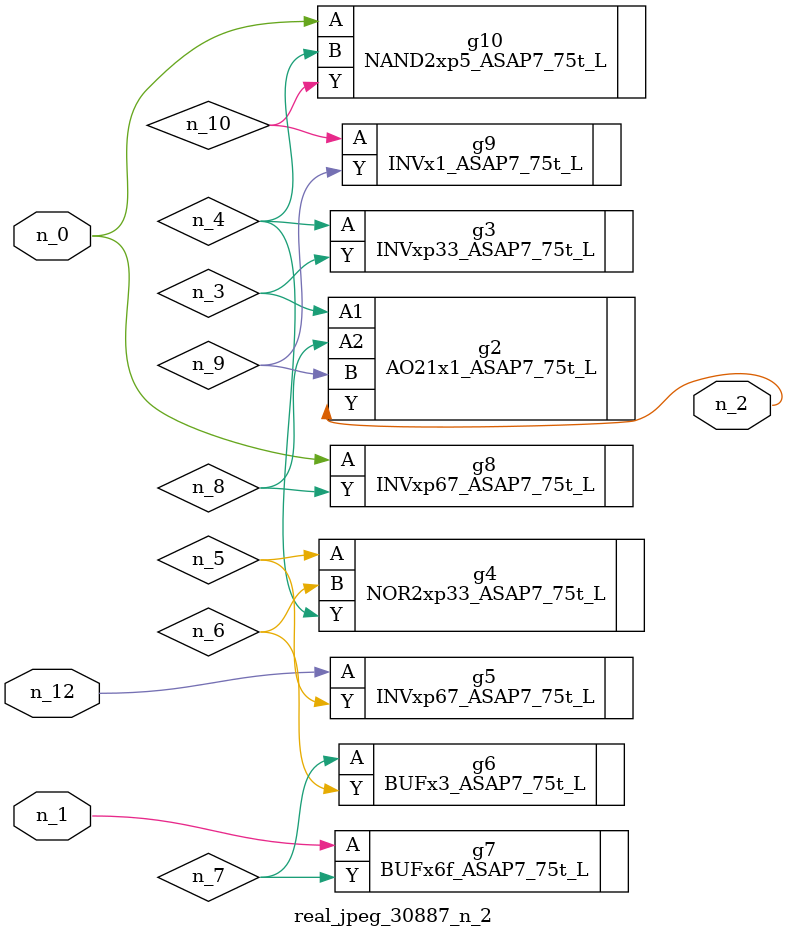
<source format=v>
module real_jpeg_30887_n_2 (n_12, n_1, n_0, n_2);

input n_12;
input n_1;
input n_0;

output n_2;

wire n_5;
wire n_8;
wire n_4;
wire n_6;
wire n_7;
wire n_3;
wire n_10;
wire n_9;

INVxp67_ASAP7_75t_L g8 ( 
.A(n_0),
.Y(n_8)
);

NAND2xp5_ASAP7_75t_L g10 ( 
.A(n_0),
.B(n_4),
.Y(n_10)
);

BUFx6f_ASAP7_75t_L g7 ( 
.A(n_1),
.Y(n_7)
);

AO21x1_ASAP7_75t_L g2 ( 
.A1(n_3),
.A2(n_8),
.B(n_9),
.Y(n_2)
);

INVxp33_ASAP7_75t_L g3 ( 
.A(n_4),
.Y(n_3)
);

NOR2xp33_ASAP7_75t_L g4 ( 
.A(n_5),
.B(n_6),
.Y(n_4)
);

BUFx3_ASAP7_75t_L g6 ( 
.A(n_7),
.Y(n_6)
);

INVx1_ASAP7_75t_L g9 ( 
.A(n_10),
.Y(n_9)
);

INVxp67_ASAP7_75t_L g5 ( 
.A(n_12),
.Y(n_5)
);


endmodule
</source>
